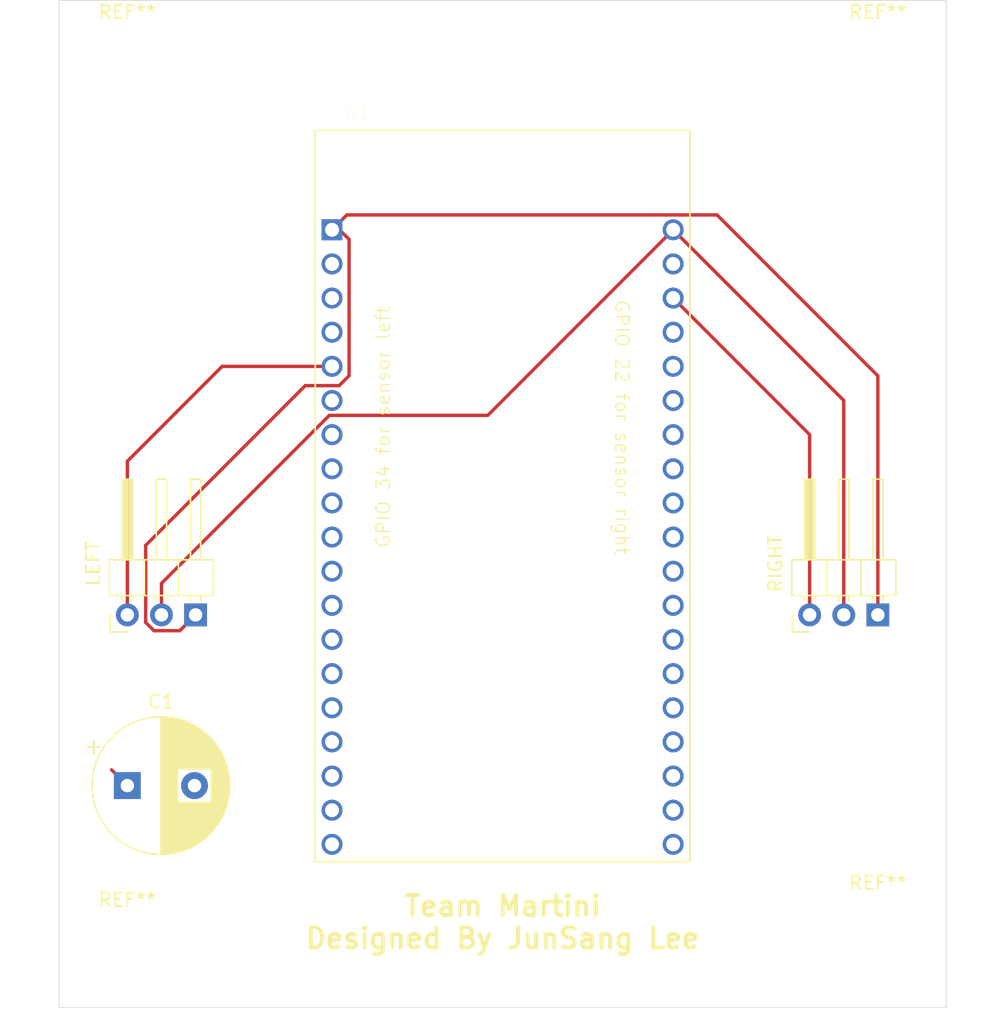
<source format=kicad_pcb>
(kicad_pcb (version 20171130) (host pcbnew "(5.1.9)-1")

  (general
    (thickness 1.6)
    (drawings 7)
    (tracks 26)
    (zones 0)
    (modules 8)
    (nets 39)
  )

  (page A4)
  (layers
    (0 F.Cu signal)
    (31 B.Cu signal)
    (32 B.Adhes user)
    (33 F.Adhes user)
    (34 B.Paste user)
    (35 F.Paste user)
    (36 B.SilkS user)
    (37 F.SilkS user)
    (38 B.Mask user)
    (39 F.Mask user)
    (40 Dwgs.User user)
    (41 Cmts.User user)
    (42 Eco1.User user)
    (43 Eco2.User user)
    (44 Edge.Cuts user)
    (45 Margin user)
    (46 B.CrtYd user)
    (47 F.CrtYd user)
    (48 B.Fab user)
    (49 F.Fab user)
  )

  (setup
    (last_trace_width 0.25)
    (trace_clearance 0.2)
    (zone_clearance 0.508)
    (zone_45_only no)
    (trace_min 0.2)
    (via_size 0.8)
    (via_drill 0.4)
    (via_min_size 0.4)
    (via_min_drill 0.3)
    (uvia_size 0.3)
    (uvia_drill 0.1)
    (uvias_allowed no)
    (uvia_min_size 0.2)
    (uvia_min_drill 0.1)
    (edge_width 0.05)
    (segment_width 0.2)
    (pcb_text_width 0.3)
    (pcb_text_size 1.5 1.5)
    (mod_edge_width 0.12)
    (mod_text_size 1 1)
    (mod_text_width 0.15)
    (pad_size 1.524 1.524)
    (pad_drill 0.762)
    (pad_to_mask_clearance 0)
    (aux_axis_origin 0 0)
    (grid_origin 176.53 102.87)
    (visible_elements 7FFFFFFF)
    (pcbplotparams
      (layerselection 0x010fc_ffffffff)
      (usegerberextensions false)
      (usegerberattributes true)
      (usegerberadvancedattributes true)
      (creategerberjobfile true)
      (excludeedgelayer false)
      (linewidth 0.100000)
      (plotframeref false)
      (viasonmask false)
      (mode 1)
      (useauxorigin false)
      (hpglpennumber 1)
      (hpglpenspeed 20)
      (hpglpendiameter 15.000000)
      (psnegative false)
      (psa4output false)
      (plotreference true)
      (plotvalue true)
      (plotinvisibletext false)
      (padsonsilk false)
      (subtractmaskfromsilk false)
      (outputformat 1)
      (mirror false)
      (drillshape 0)
      (scaleselection 1)
      (outputdirectory "gerber/"))
  )

  (net 0 "")
  (net 1 "Net-(C1-Pad1)")
  (net 2 "Net-(C1-Pad2)")
  (net 3 "Net-(IR1-Pad1)")
  (net 4 "Net-(IR1-Pad2)")
  (net 5 "Net-(IR1-Pad3)")
  (net 6 "Net-(U1-Pad19)")
  (net 7 "Net-(U1-Pad4)")
  (net 8 "Net-(U1-Pad6)")
  (net 9 "Net-(U1-Pad7)")
  (net 10 "Net-(U1-Pad8)")
  (net 11 "Net-(U1-Pad9)")
  (net 12 "Net-(U1-Pad10)")
  (net 13 "Net-(U1-Pad11)")
  (net 14 "Net-(U1-Pad12)")
  (net 15 "Net-(U1-Pad13)")
  (net 16 "Net-(U1-Pad16)")
  (net 17 "Net-(U1-Pad17)")
  (net 18 "Net-(U1-Pad18)")
  (net 19 "Net-(U1-Pad21)")
  (net 20 "Net-(U1-Pad23)")
  (net 21 "Net-(U1-Pad24)")
  (net 22 "Net-(U1-Pad25)")
  (net 23 "Net-(U1-Pad26)")
  (net 24 "Net-(U1-Pad27)")
  (net 25 "Net-(U1-Pad28)")
  (net 26 "Net-(U1-Pad29)")
  (net 27 "Net-(U1-Pad30)")
  (net 28 "Net-(U1-Pad31)")
  (net 29 "Net-(U1-Pad32)")
  (net 30 "Net-(U1-Pad33)")
  (net 31 "Net-(U1-Pad34)")
  (net 32 "Net-(U1-Pad35)")
  (net 33 "Net-(U1-Pad36)")
  (net 34 "Net-(U1-Pad37)")
  (net 35 "Net-(U1-Pad38)")
  (net 36 "Net-(U1-Pad3)")
  (net 37 "Net-(U1-Pad15)")
  (net 38 "Net-(IR2-Pad3)")

  (net_class Default "This is the default net class."
    (clearance 0.2)
    (trace_width 0.25)
    (via_dia 0.8)
    (via_drill 0.4)
    (uvia_dia 0.3)
    (uvia_drill 0.1)
    (add_net "Net-(C1-Pad1)")
    (add_net "Net-(C1-Pad2)")
    (add_net "Net-(IR1-Pad1)")
    (add_net "Net-(IR1-Pad2)")
    (add_net "Net-(IR1-Pad3)")
    (add_net "Net-(IR2-Pad3)")
    (add_net "Net-(U1-Pad10)")
    (add_net "Net-(U1-Pad11)")
    (add_net "Net-(U1-Pad12)")
    (add_net "Net-(U1-Pad13)")
    (add_net "Net-(U1-Pad15)")
    (add_net "Net-(U1-Pad16)")
    (add_net "Net-(U1-Pad17)")
    (add_net "Net-(U1-Pad18)")
    (add_net "Net-(U1-Pad19)")
    (add_net "Net-(U1-Pad21)")
    (add_net "Net-(U1-Pad23)")
    (add_net "Net-(U1-Pad24)")
    (add_net "Net-(U1-Pad25)")
    (add_net "Net-(U1-Pad26)")
    (add_net "Net-(U1-Pad27)")
    (add_net "Net-(U1-Pad28)")
    (add_net "Net-(U1-Pad29)")
    (add_net "Net-(U1-Pad3)")
    (add_net "Net-(U1-Pad30)")
    (add_net "Net-(U1-Pad31)")
    (add_net "Net-(U1-Pad32)")
    (add_net "Net-(U1-Pad33)")
    (add_net "Net-(U1-Pad34)")
    (add_net "Net-(U1-Pad35)")
    (add_net "Net-(U1-Pad36)")
    (add_net "Net-(U1-Pad37)")
    (add_net "Net-(U1-Pad38)")
    (add_net "Net-(U1-Pad4)")
    (add_net "Net-(U1-Pad6)")
    (add_net "Net-(U1-Pad7)")
    (add_net "Net-(U1-Pad8)")
    (add_net "Net-(U1-Pad9)")
  )

  (module ESP32-DEVKITC-32D:MODULE_ESP32-DEVKITC-32D (layer F.Cu) (tedit 60AE30FF) (tstamp 60AEED7A)
    (at 157.48 95.25)
    (path /609438B2)
    (fp_text reference U1 (at -10.829175 -28.446045) (layer F.SilkS)
      (effects (font (size 1.000386 1.000386) (thickness 0.015)))
    )
    (fp_text value ESP32-DEVKITC-32D (at 1.24136 28.294535) (layer F.Fab)
      (effects (font (size 1.001047 1.001047) (thickness 0.015)))
    )
    (fp_circle (center -14.6 -19.9) (end -14.46 -19.9) (layer F.Fab) (width 0.28))
    (fp_circle (center -14.6 -19.9) (end -14.46 -19.9) (layer F.Fab) (width 0.28))
    (fp_line (start -14.2 27.5) (end -14.2 -27.4) (layer F.CrtYd) (width 0.05))
    (fp_line (start 14.2 27.5) (end -14.2 27.5) (layer F.CrtYd) (width 0.05))
    (fp_line (start 14.2 -27.4) (end 14.2 27.5) (layer F.CrtYd) (width 0.05))
    (fp_line (start -14.2 -27.4) (end 14.2 -27.4) (layer F.CrtYd) (width 0.05))
    (fp_line (start 13.95 27.25) (end -13.95 27.25) (layer F.SilkS) (width 0.127))
    (fp_line (start 13.95 -27.15) (end 13.95 27.25) (layer F.SilkS) (width 0.127))
    (fp_line (start -13.95 -27.15) (end 13.95 -27.15) (layer F.SilkS) (width 0.127))
    (fp_line (start -13.95 27.25) (end -13.95 -27.15) (layer F.SilkS) (width 0.127))
    (fp_line (start -13.95 27.25) (end -13.95 -27.15) (layer F.Fab) (width 0.127))
    (fp_line (start 13.95 27.25) (end -13.95 27.25) (layer F.Fab) (width 0.127))
    (fp_line (start 13.95 -27.15) (end 13.95 27.25) (layer F.Fab) (width 0.127))
    (fp_line (start -13.95 -27.15) (end 13.95 -27.15) (layer F.Fab) (width 0.127))
    (pad 1 thru_hole rect (at -12.7 -19.76) (size 1.56 1.56) (drill 1.04) (layers *.Cu *.Mask)
      (net 3 "Net-(IR1-Pad1)"))
    (pad 2 thru_hole circle (at -12.7 -17.22) (size 1.56 1.56) (drill 1.04) (layers *.Cu *.Mask)
      (net 1 "Net-(C1-Pad1)"))
    (pad 19 thru_hole circle (at -12.7 25.96) (size 1.56 1.56) (drill 1.04) (layers *.Cu *.Mask)
      (net 6 "Net-(U1-Pad19)"))
    (pad 3 thru_hole circle (at -12.7 -14.68) (size 1.56 1.56) (drill 1.04) (layers *.Cu *.Mask)
      (net 36 "Net-(U1-Pad3)"))
    (pad 4 thru_hole circle (at -12.7 -12.14) (size 1.56 1.56) (drill 1.04) (layers *.Cu *.Mask)
      (net 7 "Net-(U1-Pad4)"))
    (pad 5 thru_hole circle (at -12.7 -9.6) (size 1.56 1.56) (drill 1.04) (layers *.Cu *.Mask)
      (net 5 "Net-(IR1-Pad3)"))
    (pad 6 thru_hole circle (at -12.7 -7.06) (size 1.56 1.56) (drill 1.04) (layers *.Cu *.Mask)
      (net 8 "Net-(U1-Pad6)"))
    (pad 7 thru_hole circle (at -12.7 -4.52) (size 1.56 1.56) (drill 1.04) (layers *.Cu *.Mask)
      (net 9 "Net-(U1-Pad7)"))
    (pad 8 thru_hole circle (at -12.7 -1.98) (size 1.56 1.56) (drill 1.04) (layers *.Cu *.Mask)
      (net 10 "Net-(U1-Pad8)"))
    (pad 9 thru_hole circle (at -12.7 0.56) (size 1.56 1.56) (drill 1.04) (layers *.Cu *.Mask)
      (net 11 "Net-(U1-Pad9)"))
    (pad 10 thru_hole circle (at -12.7 3.1) (size 1.56 1.56) (drill 1.04) (layers *.Cu *.Mask)
      (net 12 "Net-(U1-Pad10)"))
    (pad 11 thru_hole circle (at -12.7 5.64) (size 1.56 1.56) (drill 1.04) (layers *.Cu *.Mask)
      (net 13 "Net-(U1-Pad11)"))
    (pad 12 thru_hole circle (at -12.7 8.18) (size 1.56 1.56) (drill 1.04) (layers *.Cu *.Mask)
      (net 14 "Net-(U1-Pad12)"))
    (pad 13 thru_hole circle (at -12.7 10.72) (size 1.56 1.56) (drill 1.04) (layers *.Cu *.Mask)
      (net 15 "Net-(U1-Pad13)"))
    (pad 14 thru_hole circle (at -12.7 13.26) (size 1.56 1.56) (drill 1.04) (layers *.Cu *.Mask)
      (net 2 "Net-(C1-Pad2)"))
    (pad 15 thru_hole circle (at -12.7 15.8) (size 1.56 1.56) (drill 1.04) (layers *.Cu *.Mask)
      (net 37 "Net-(U1-Pad15)"))
    (pad 16 thru_hole circle (at -12.7 18.34) (size 1.56 1.56) (drill 1.04) (layers *.Cu *.Mask)
      (net 16 "Net-(U1-Pad16)"))
    (pad 17 thru_hole circle (at -12.7 20.88) (size 1.56 1.56) (drill 1.04) (layers *.Cu *.Mask)
      (net 17 "Net-(U1-Pad17)"))
    (pad 18 thru_hole circle (at -12.7 23.42) (size 1.56 1.56) (drill 1.04) (layers *.Cu *.Mask)
      (net 18 "Net-(U1-Pad18)"))
    (pad 20 thru_hole circle (at 12.7 -19.76) (size 1.56 1.56) (drill 1.04) (layers *.Cu *.Mask)
      (net 4 "Net-(IR1-Pad2)"))
    (pad 21 thru_hole circle (at 12.7 -17.22) (size 1.56 1.56) (drill 1.04) (layers *.Cu *.Mask)
      (net 19 "Net-(U1-Pad21)"))
    (pad 22 thru_hole circle (at 12.7 -14.68) (size 1.56 1.56) (drill 1.04) (layers *.Cu *.Mask)
      (net 38 "Net-(IR2-Pad3)"))
    (pad 23 thru_hole circle (at 12.7 -12.14) (size 1.56 1.56) (drill 1.04) (layers *.Cu *.Mask)
      (net 20 "Net-(U1-Pad23)"))
    (pad 24 thru_hole circle (at 12.7 -9.6) (size 1.56 1.56) (drill 1.04) (layers *.Cu *.Mask)
      (net 21 "Net-(U1-Pad24)"))
    (pad 25 thru_hole circle (at 12.7 -7.06) (size 1.56 1.56) (drill 1.04) (layers *.Cu *.Mask)
      (net 22 "Net-(U1-Pad25)"))
    (pad 26 thru_hole circle (at 12.7 -4.52) (size 1.56 1.56) (drill 1.04) (layers *.Cu *.Mask)
      (net 23 "Net-(U1-Pad26)"))
    (pad 27 thru_hole circle (at 12.7 -1.98) (size 1.56 1.56) (drill 1.04) (layers *.Cu *.Mask)
      (net 24 "Net-(U1-Pad27)"))
    (pad 28 thru_hole circle (at 12.7 0.56) (size 1.56 1.56) (drill 1.04) (layers *.Cu *.Mask)
      (net 25 "Net-(U1-Pad28)"))
    (pad 29 thru_hole circle (at 12.7 3.1) (size 1.56 1.56) (drill 1.04) (layers *.Cu *.Mask)
      (net 26 "Net-(U1-Pad29)"))
    (pad 30 thru_hole circle (at 12.7 5.64) (size 1.56 1.56) (drill 1.04) (layers *.Cu *.Mask)
      (net 27 "Net-(U1-Pad30)"))
    (pad 31 thru_hole circle (at 12.7 8.18) (size 1.56 1.56) (drill 1.04) (layers *.Cu *.Mask)
      (net 28 "Net-(U1-Pad31)"))
    (pad 32 thru_hole circle (at 12.7 10.72) (size 1.56 1.56) (drill 1.04) (layers *.Cu *.Mask)
      (net 29 "Net-(U1-Pad32)"))
    (pad 33 thru_hole circle (at 12.7 13.26) (size 1.56 1.56) (drill 1.04) (layers *.Cu *.Mask)
      (net 30 "Net-(U1-Pad33)"))
    (pad 34 thru_hole circle (at 12.7 15.8) (size 1.56 1.56) (drill 1.04) (layers *.Cu *.Mask)
      (net 31 "Net-(U1-Pad34)"))
    (pad 35 thru_hole circle (at 12.7 18.34) (size 1.56 1.56) (drill 1.04) (layers *.Cu *.Mask)
      (net 32 "Net-(U1-Pad35)"))
    (pad 36 thru_hole circle (at 12.7 20.88) (size 1.56 1.56) (drill 1.04) (layers *.Cu *.Mask)
      (net 33 "Net-(U1-Pad36)"))
    (pad 37 thru_hole circle (at 12.7 23.42) (size 1.56 1.56) (drill 1.04) (layers *.Cu *.Mask)
      (net 34 "Net-(U1-Pad37)"))
    (pad 38 thru_hole circle (at 12.7 25.96) (size 1.56 1.56) (drill 1.04) (layers *.Cu *.Mask)
      (net 35 "Net-(U1-Pad38)"))
  )

  (module MountingHole:MountingHole_3.2mm_M3 (layer F.Cu) (tedit 56D1B4CB) (tstamp 60AEDD5E)
    (at 129.54 129.54)
    (descr "Mounting Hole 3.2mm, no annular, M3")
    (tags "mounting hole 3.2mm no annular m3")
    (attr virtual)
    (fp_text reference REF** (at 0 -4.2) (layer F.SilkS)
      (effects (font (size 1 1) (thickness 0.15)))
    )
    (fp_text value MountingHole_3.2mm_M3 (at 0 4.2) (layer F.Fab)
      (effects (font (size 1 1) (thickness 0.15)))
    )
    (fp_circle (center 0 0) (end 3.45 0) (layer F.CrtYd) (width 0.05))
    (fp_circle (center 0 0) (end 3.2 0) (layer Cmts.User) (width 0.15))
    (fp_text user %R (at 0.3 0) (layer F.Fab)
      (effects (font (size 1 1) (thickness 0.15)))
    )
    (pad 1 np_thru_hole circle (at 0 0) (size 3.2 3.2) (drill 3.2) (layers *.Cu *.Mask))
  )

  (module MountingHole:MountingHole_3.2mm_M3 (layer F.Cu) (tedit 56D1B4CB) (tstamp 60AEDD3A)
    (at 185.42 128.27)
    (descr "Mounting Hole 3.2mm, no annular, M3")
    (tags "mounting hole 3.2mm no annular m3")
    (attr virtual)
    (fp_text reference REF** (at 0 -4.2) (layer F.SilkS)
      (effects (font (size 1 1) (thickness 0.15)))
    )
    (fp_text value MountingHole_3.2mm_M3 (at 0 4.2) (layer F.Fab)
      (effects (font (size 1 1) (thickness 0.15)))
    )
    (fp_circle (center 0 0) (end 3.45 0) (layer F.CrtYd) (width 0.05))
    (fp_circle (center 0 0) (end 3.2 0) (layer Cmts.User) (width 0.15))
    (fp_text user %R (at 0.3 0) (layer F.Fab)
      (effects (font (size 1 1) (thickness 0.15)))
    )
    (pad 1 np_thru_hole circle (at 0 0) (size 3.2 3.2) (drill 3.2) (layers *.Cu *.Mask))
  )

  (module MountingHole:MountingHole_3.2mm_M3 (layer F.Cu) (tedit 56D1B4CB) (tstamp 60AEDD15)
    (at 129.54 63.5)
    (descr "Mounting Hole 3.2mm, no annular, M3")
    (tags "mounting hole 3.2mm no annular m3")
    (attr virtual)
    (fp_text reference REF** (at 0 -4.2) (layer F.SilkS)
      (effects (font (size 1 1) (thickness 0.15)))
    )
    (fp_text value MountingHole_3.2mm_M3 (at 0 4.2) (layer F.Fab)
      (effects (font (size 1 1) (thickness 0.15)))
    )
    (fp_circle (center 0 0) (end 3.45 0) (layer F.CrtYd) (width 0.05))
    (fp_circle (center 0 0) (end 3.2 0) (layer Cmts.User) (width 0.15))
    (fp_text user %R (at 0.3 0) (layer F.Fab)
      (effects (font (size 1 1) (thickness 0.15)))
    )
    (pad 1 np_thru_hole circle (at 0 0) (size 3.2 3.2) (drill 3.2) (layers *.Cu *.Mask))
  )

  (module MountingHole:MountingHole_3.2mm_M3 (layer F.Cu) (tedit 56D1B4CB) (tstamp 60AEDCF1)
    (at 185.42 63.5)
    (descr "Mounting Hole 3.2mm, no annular, M3")
    (tags "mounting hole 3.2mm no annular m3")
    (attr virtual)
    (fp_text reference REF** (at 0 -4.2) (layer F.SilkS)
      (effects (font (size 1 1) (thickness 0.15)))
    )
    (fp_text value MountingHole_3.2mm_M3 (at 0 4.2) (layer F.Fab)
      (effects (font (size 1 1) (thickness 0.15)))
    )
    (fp_circle (center 0 0) (end 3.45 0) (layer F.CrtYd) (width 0.05))
    (fp_circle (center 0 0) (end 3.2 0) (layer Cmts.User) (width 0.15))
    (fp_text user %R (at 0.3 0) (layer F.Fab)
      (effects (font (size 1 1) (thickness 0.15)))
    )
    (pad 1 np_thru_hole circle (at 0 0) (size 3.2 3.2) (drill 3.2) (layers *.Cu *.Mask))
  )

  (module Capacitor_THT:CP_Radial_D10.0mm_P5.00mm (layer F.Cu) (tedit 5AE50EF1) (tstamp 60AECE28)
    (at 129.54 116.84)
    (descr "CP, Radial series, Radial, pin pitch=5.00mm, , diameter=10mm, Electrolytic Capacitor")
    (tags "CP Radial series Radial pin pitch 5.00mm  diameter 10mm Electrolytic Capacitor")
    (path /6093B723)
    (fp_text reference C1 (at 2.5 -6.25) (layer F.SilkS)
      (effects (font (size 1 1) (thickness 0.15)))
    )
    (fp_text value CAP (at 2.5 6.25) (layer F.Fab)
      (effects (font (size 1 1) (thickness 0.15)))
    )
    (fp_circle (center 2.5 0) (end 7.5 0) (layer F.Fab) (width 0.1))
    (fp_circle (center 2.5 0) (end 7.62 0) (layer F.SilkS) (width 0.12))
    (fp_circle (center 2.5 0) (end 7.75 0) (layer F.CrtYd) (width 0.05))
    (fp_line (start -1.788861 -2.1875) (end -0.788861 -2.1875) (layer F.Fab) (width 0.1))
    (fp_line (start -1.288861 -2.6875) (end -1.288861 -1.6875) (layer F.Fab) (width 0.1))
    (fp_line (start 2.5 -5.08) (end 2.5 5.08) (layer F.SilkS) (width 0.12))
    (fp_line (start 2.54 -5.08) (end 2.54 5.08) (layer F.SilkS) (width 0.12))
    (fp_line (start 2.58 -5.08) (end 2.58 5.08) (layer F.SilkS) (width 0.12))
    (fp_line (start 2.62 -5.079) (end 2.62 5.079) (layer F.SilkS) (width 0.12))
    (fp_line (start 2.66 -5.078) (end 2.66 5.078) (layer F.SilkS) (width 0.12))
    (fp_line (start 2.7 -5.077) (end 2.7 5.077) (layer F.SilkS) (width 0.12))
    (fp_line (start 2.74 -5.075) (end 2.74 5.075) (layer F.SilkS) (width 0.12))
    (fp_line (start 2.78 -5.073) (end 2.78 5.073) (layer F.SilkS) (width 0.12))
    (fp_line (start 2.82 -5.07) (end 2.82 5.07) (layer F.SilkS) (width 0.12))
    (fp_line (start 2.86 -5.068) (end 2.86 5.068) (layer F.SilkS) (width 0.12))
    (fp_line (start 2.9 -5.065) (end 2.9 5.065) (layer F.SilkS) (width 0.12))
    (fp_line (start 2.94 -5.062) (end 2.94 5.062) (layer F.SilkS) (width 0.12))
    (fp_line (start 2.98 -5.058) (end 2.98 5.058) (layer F.SilkS) (width 0.12))
    (fp_line (start 3.02 -5.054) (end 3.02 5.054) (layer F.SilkS) (width 0.12))
    (fp_line (start 3.06 -5.05) (end 3.06 5.05) (layer F.SilkS) (width 0.12))
    (fp_line (start 3.1 -5.045) (end 3.1 5.045) (layer F.SilkS) (width 0.12))
    (fp_line (start 3.14 -5.04) (end 3.14 5.04) (layer F.SilkS) (width 0.12))
    (fp_line (start 3.18 -5.035) (end 3.18 5.035) (layer F.SilkS) (width 0.12))
    (fp_line (start 3.221 -5.03) (end 3.221 5.03) (layer F.SilkS) (width 0.12))
    (fp_line (start 3.261 -5.024) (end 3.261 5.024) (layer F.SilkS) (width 0.12))
    (fp_line (start 3.301 -5.018) (end 3.301 5.018) (layer F.SilkS) (width 0.12))
    (fp_line (start 3.341 -5.011) (end 3.341 5.011) (layer F.SilkS) (width 0.12))
    (fp_line (start 3.381 -5.004) (end 3.381 5.004) (layer F.SilkS) (width 0.12))
    (fp_line (start 3.421 -4.997) (end 3.421 4.997) (layer F.SilkS) (width 0.12))
    (fp_line (start 3.461 -4.99) (end 3.461 4.99) (layer F.SilkS) (width 0.12))
    (fp_line (start 3.501 -4.982) (end 3.501 4.982) (layer F.SilkS) (width 0.12))
    (fp_line (start 3.541 -4.974) (end 3.541 4.974) (layer F.SilkS) (width 0.12))
    (fp_line (start 3.581 -4.965) (end 3.581 4.965) (layer F.SilkS) (width 0.12))
    (fp_line (start 3.621 -4.956) (end 3.621 4.956) (layer F.SilkS) (width 0.12))
    (fp_line (start 3.661 -4.947) (end 3.661 4.947) (layer F.SilkS) (width 0.12))
    (fp_line (start 3.701 -4.938) (end 3.701 4.938) (layer F.SilkS) (width 0.12))
    (fp_line (start 3.741 -4.928) (end 3.741 4.928) (layer F.SilkS) (width 0.12))
    (fp_line (start 3.781 -4.918) (end 3.781 -1.241) (layer F.SilkS) (width 0.12))
    (fp_line (start 3.781 1.241) (end 3.781 4.918) (layer F.SilkS) (width 0.12))
    (fp_line (start 3.821 -4.907) (end 3.821 -1.241) (layer F.SilkS) (width 0.12))
    (fp_line (start 3.821 1.241) (end 3.821 4.907) (layer F.SilkS) (width 0.12))
    (fp_line (start 3.861 -4.897) (end 3.861 -1.241) (layer F.SilkS) (width 0.12))
    (fp_line (start 3.861 1.241) (end 3.861 4.897) (layer F.SilkS) (width 0.12))
    (fp_line (start 3.901 -4.885) (end 3.901 -1.241) (layer F.SilkS) (width 0.12))
    (fp_line (start 3.901 1.241) (end 3.901 4.885) (layer F.SilkS) (width 0.12))
    (fp_line (start 3.941 -4.874) (end 3.941 -1.241) (layer F.SilkS) (width 0.12))
    (fp_line (start 3.941 1.241) (end 3.941 4.874) (layer F.SilkS) (width 0.12))
    (fp_line (start 3.981 -4.862) (end 3.981 -1.241) (layer F.SilkS) (width 0.12))
    (fp_line (start 3.981 1.241) (end 3.981 4.862) (layer F.SilkS) (width 0.12))
    (fp_line (start 4.021 -4.85) (end 4.021 -1.241) (layer F.SilkS) (width 0.12))
    (fp_line (start 4.021 1.241) (end 4.021 4.85) (layer F.SilkS) (width 0.12))
    (fp_line (start 4.061 -4.837) (end 4.061 -1.241) (layer F.SilkS) (width 0.12))
    (fp_line (start 4.061 1.241) (end 4.061 4.837) (layer F.SilkS) (width 0.12))
    (fp_line (start 4.101 -4.824) (end 4.101 -1.241) (layer F.SilkS) (width 0.12))
    (fp_line (start 4.101 1.241) (end 4.101 4.824) (layer F.SilkS) (width 0.12))
    (fp_line (start 4.141 -4.811) (end 4.141 -1.241) (layer F.SilkS) (width 0.12))
    (fp_line (start 4.141 1.241) (end 4.141 4.811) (layer F.SilkS) (width 0.12))
    (fp_line (start 4.181 -4.797) (end 4.181 -1.241) (layer F.SilkS) (width 0.12))
    (fp_line (start 4.181 1.241) (end 4.181 4.797) (layer F.SilkS) (width 0.12))
    (fp_line (start 4.221 -4.783) (end 4.221 -1.241) (layer F.SilkS) (width 0.12))
    (fp_line (start 4.221 1.241) (end 4.221 4.783) (layer F.SilkS) (width 0.12))
    (fp_line (start 4.261 -4.768) (end 4.261 -1.241) (layer F.SilkS) (width 0.12))
    (fp_line (start 4.261 1.241) (end 4.261 4.768) (layer F.SilkS) (width 0.12))
    (fp_line (start 4.301 -4.754) (end 4.301 -1.241) (layer F.SilkS) (width 0.12))
    (fp_line (start 4.301 1.241) (end 4.301 4.754) (layer F.SilkS) (width 0.12))
    (fp_line (start 4.341 -4.738) (end 4.341 -1.241) (layer F.SilkS) (width 0.12))
    (fp_line (start 4.341 1.241) (end 4.341 4.738) (layer F.SilkS) (width 0.12))
    (fp_line (start 4.381 -4.723) (end 4.381 -1.241) (layer F.SilkS) (width 0.12))
    (fp_line (start 4.381 1.241) (end 4.381 4.723) (layer F.SilkS) (width 0.12))
    (fp_line (start 4.421 -4.707) (end 4.421 -1.241) (layer F.SilkS) (width 0.12))
    (fp_line (start 4.421 1.241) (end 4.421 4.707) (layer F.SilkS) (width 0.12))
    (fp_line (start 4.461 -4.69) (end 4.461 -1.241) (layer F.SilkS) (width 0.12))
    (fp_line (start 4.461 1.241) (end 4.461 4.69) (layer F.SilkS) (width 0.12))
    (fp_line (start 4.501 -4.674) (end 4.501 -1.241) (layer F.SilkS) (width 0.12))
    (fp_line (start 4.501 1.241) (end 4.501 4.674) (layer F.SilkS) (width 0.12))
    (fp_line (start 4.541 -4.657) (end 4.541 -1.241) (layer F.SilkS) (width 0.12))
    (fp_line (start 4.541 1.241) (end 4.541 4.657) (layer F.SilkS) (width 0.12))
    (fp_line (start 4.581 -4.639) (end 4.581 -1.241) (layer F.SilkS) (width 0.12))
    (fp_line (start 4.581 1.241) (end 4.581 4.639) (layer F.SilkS) (width 0.12))
    (fp_line (start 4.621 -4.621) (end 4.621 -1.241) (layer F.SilkS) (width 0.12))
    (fp_line (start 4.621 1.241) (end 4.621 4.621) (layer F.SilkS) (width 0.12))
    (fp_line (start 4.661 -4.603) (end 4.661 -1.241) (layer F.SilkS) (width 0.12))
    (fp_line (start 4.661 1.241) (end 4.661 4.603) (layer F.SilkS) (width 0.12))
    (fp_line (start 4.701 -4.584) (end 4.701 -1.241) (layer F.SilkS) (width 0.12))
    (fp_line (start 4.701 1.241) (end 4.701 4.584) (layer F.SilkS) (width 0.12))
    (fp_line (start 4.741 -4.564) (end 4.741 -1.241) (layer F.SilkS) (width 0.12))
    (fp_line (start 4.741 1.241) (end 4.741 4.564) (layer F.SilkS) (width 0.12))
    (fp_line (start 4.781 -4.545) (end 4.781 -1.241) (layer F.SilkS) (width 0.12))
    (fp_line (start 4.781 1.241) (end 4.781 4.545) (layer F.SilkS) (width 0.12))
    (fp_line (start 4.821 -4.525) (end 4.821 -1.241) (layer F.SilkS) (width 0.12))
    (fp_line (start 4.821 1.241) (end 4.821 4.525) (layer F.SilkS) (width 0.12))
    (fp_line (start 4.861 -4.504) (end 4.861 -1.241) (layer F.SilkS) (width 0.12))
    (fp_line (start 4.861 1.241) (end 4.861 4.504) (layer F.SilkS) (width 0.12))
    (fp_line (start 4.901 -4.483) (end 4.901 -1.241) (layer F.SilkS) (width 0.12))
    (fp_line (start 4.901 1.241) (end 4.901 4.483) (layer F.SilkS) (width 0.12))
    (fp_line (start 4.941 -4.462) (end 4.941 -1.241) (layer F.SilkS) (width 0.12))
    (fp_line (start 4.941 1.241) (end 4.941 4.462) (layer F.SilkS) (width 0.12))
    (fp_line (start 4.981 -4.44) (end 4.981 -1.241) (layer F.SilkS) (width 0.12))
    (fp_line (start 4.981 1.241) (end 4.981 4.44) (layer F.SilkS) (width 0.12))
    (fp_line (start 5.021 -4.417) (end 5.021 -1.241) (layer F.SilkS) (width 0.12))
    (fp_line (start 5.021 1.241) (end 5.021 4.417) (layer F.SilkS) (width 0.12))
    (fp_line (start 5.061 -4.395) (end 5.061 -1.241) (layer F.SilkS) (width 0.12))
    (fp_line (start 5.061 1.241) (end 5.061 4.395) (layer F.SilkS) (width 0.12))
    (fp_line (start 5.101 -4.371) (end 5.101 -1.241) (layer F.SilkS) (width 0.12))
    (fp_line (start 5.101 1.241) (end 5.101 4.371) (layer F.SilkS) (width 0.12))
    (fp_line (start 5.141 -4.347) (end 5.141 -1.241) (layer F.SilkS) (width 0.12))
    (fp_line (start 5.141 1.241) (end 5.141 4.347) (layer F.SilkS) (width 0.12))
    (fp_line (start 5.181 -4.323) (end 5.181 -1.241) (layer F.SilkS) (width 0.12))
    (fp_line (start 5.181 1.241) (end 5.181 4.323) (layer F.SilkS) (width 0.12))
    (fp_line (start 5.221 -4.298) (end 5.221 -1.241) (layer F.SilkS) (width 0.12))
    (fp_line (start 5.221 1.241) (end 5.221 4.298) (layer F.SilkS) (width 0.12))
    (fp_line (start 5.261 -4.273) (end 5.261 -1.241) (layer F.SilkS) (width 0.12))
    (fp_line (start 5.261 1.241) (end 5.261 4.273) (layer F.SilkS) (width 0.12))
    (fp_line (start 5.301 -4.247) (end 5.301 -1.241) (layer F.SilkS) (width 0.12))
    (fp_line (start 5.301 1.241) (end 5.301 4.247) (layer F.SilkS) (width 0.12))
    (fp_line (start 5.341 -4.221) (end 5.341 -1.241) (layer F.SilkS) (width 0.12))
    (fp_line (start 5.341 1.241) (end 5.341 4.221) (layer F.SilkS) (width 0.12))
    (fp_line (start 5.381 -4.194) (end 5.381 -1.241) (layer F.SilkS) (width 0.12))
    (fp_line (start 5.381 1.241) (end 5.381 4.194) (layer F.SilkS) (width 0.12))
    (fp_line (start 5.421 -4.166) (end 5.421 -1.241) (layer F.SilkS) (width 0.12))
    (fp_line (start 5.421 1.241) (end 5.421 4.166) (layer F.SilkS) (width 0.12))
    (fp_line (start 5.461 -4.138) (end 5.461 -1.241) (layer F.SilkS) (width 0.12))
    (fp_line (start 5.461 1.241) (end 5.461 4.138) (layer F.SilkS) (width 0.12))
    (fp_line (start 5.501 -4.11) (end 5.501 -1.241) (layer F.SilkS) (width 0.12))
    (fp_line (start 5.501 1.241) (end 5.501 4.11) (layer F.SilkS) (width 0.12))
    (fp_line (start 5.541 -4.08) (end 5.541 -1.241) (layer F.SilkS) (width 0.12))
    (fp_line (start 5.541 1.241) (end 5.541 4.08) (layer F.SilkS) (width 0.12))
    (fp_line (start 5.581 -4.05) (end 5.581 -1.241) (layer F.SilkS) (width 0.12))
    (fp_line (start 5.581 1.241) (end 5.581 4.05) (layer F.SilkS) (width 0.12))
    (fp_line (start 5.621 -4.02) (end 5.621 -1.241) (layer F.SilkS) (width 0.12))
    (fp_line (start 5.621 1.241) (end 5.621 4.02) (layer F.SilkS) (width 0.12))
    (fp_line (start 5.661 -3.989) (end 5.661 -1.241) (layer F.SilkS) (width 0.12))
    (fp_line (start 5.661 1.241) (end 5.661 3.989) (layer F.SilkS) (width 0.12))
    (fp_line (start 5.701 -3.957) (end 5.701 -1.241) (layer F.SilkS) (width 0.12))
    (fp_line (start 5.701 1.241) (end 5.701 3.957) (layer F.SilkS) (width 0.12))
    (fp_line (start 5.741 -3.925) (end 5.741 -1.241) (layer F.SilkS) (width 0.12))
    (fp_line (start 5.741 1.241) (end 5.741 3.925) (layer F.SilkS) (width 0.12))
    (fp_line (start 5.781 -3.892) (end 5.781 -1.241) (layer F.SilkS) (width 0.12))
    (fp_line (start 5.781 1.241) (end 5.781 3.892) (layer F.SilkS) (width 0.12))
    (fp_line (start 5.821 -3.858) (end 5.821 -1.241) (layer F.SilkS) (width 0.12))
    (fp_line (start 5.821 1.241) (end 5.821 3.858) (layer F.SilkS) (width 0.12))
    (fp_line (start 5.861 -3.824) (end 5.861 -1.241) (layer F.SilkS) (width 0.12))
    (fp_line (start 5.861 1.241) (end 5.861 3.824) (layer F.SilkS) (width 0.12))
    (fp_line (start 5.901 -3.789) (end 5.901 -1.241) (layer F.SilkS) (width 0.12))
    (fp_line (start 5.901 1.241) (end 5.901 3.789) (layer F.SilkS) (width 0.12))
    (fp_line (start 5.941 -3.753) (end 5.941 -1.241) (layer F.SilkS) (width 0.12))
    (fp_line (start 5.941 1.241) (end 5.941 3.753) (layer F.SilkS) (width 0.12))
    (fp_line (start 5.981 -3.716) (end 5.981 -1.241) (layer F.SilkS) (width 0.12))
    (fp_line (start 5.981 1.241) (end 5.981 3.716) (layer F.SilkS) (width 0.12))
    (fp_line (start 6.021 -3.679) (end 6.021 -1.241) (layer F.SilkS) (width 0.12))
    (fp_line (start 6.021 1.241) (end 6.021 3.679) (layer F.SilkS) (width 0.12))
    (fp_line (start 6.061 -3.64) (end 6.061 -1.241) (layer F.SilkS) (width 0.12))
    (fp_line (start 6.061 1.241) (end 6.061 3.64) (layer F.SilkS) (width 0.12))
    (fp_line (start 6.101 -3.601) (end 6.101 -1.241) (layer F.SilkS) (width 0.12))
    (fp_line (start 6.101 1.241) (end 6.101 3.601) (layer F.SilkS) (width 0.12))
    (fp_line (start 6.141 -3.561) (end 6.141 -1.241) (layer F.SilkS) (width 0.12))
    (fp_line (start 6.141 1.241) (end 6.141 3.561) (layer F.SilkS) (width 0.12))
    (fp_line (start 6.181 -3.52) (end 6.181 -1.241) (layer F.SilkS) (width 0.12))
    (fp_line (start 6.181 1.241) (end 6.181 3.52) (layer F.SilkS) (width 0.12))
    (fp_line (start 6.221 -3.478) (end 6.221 -1.241) (layer F.SilkS) (width 0.12))
    (fp_line (start 6.221 1.241) (end 6.221 3.478) (layer F.SilkS) (width 0.12))
    (fp_line (start 6.261 -3.436) (end 6.261 3.436) (layer F.SilkS) (width 0.12))
    (fp_line (start 6.301 -3.392) (end 6.301 3.392) (layer F.SilkS) (width 0.12))
    (fp_line (start 6.341 -3.347) (end 6.341 3.347) (layer F.SilkS) (width 0.12))
    (fp_line (start 6.381 -3.301) (end 6.381 3.301) (layer F.SilkS) (width 0.12))
    (fp_line (start 6.421 -3.254) (end 6.421 3.254) (layer F.SilkS) (width 0.12))
    (fp_line (start 6.461 -3.206) (end 6.461 3.206) (layer F.SilkS) (width 0.12))
    (fp_line (start 6.501 -3.156) (end 6.501 3.156) (layer F.SilkS) (width 0.12))
    (fp_line (start 6.541 -3.106) (end 6.541 3.106) (layer F.SilkS) (width 0.12))
    (fp_line (start 6.581 -3.054) (end 6.581 3.054) (layer F.SilkS) (width 0.12))
    (fp_line (start 6.621 -3) (end 6.621 3) (layer F.SilkS) (width 0.12))
    (fp_line (start 6.661 -2.945) (end 6.661 2.945) (layer F.SilkS) (width 0.12))
    (fp_line (start 6.701 -2.889) (end 6.701 2.889) (layer F.SilkS) (width 0.12))
    (fp_line (start 6.741 -2.83) (end 6.741 2.83) (layer F.SilkS) (width 0.12))
    (fp_line (start 6.781 -2.77) (end 6.781 2.77) (layer F.SilkS) (width 0.12))
    (fp_line (start 6.821 -2.709) (end 6.821 2.709) (layer F.SilkS) (width 0.12))
    (fp_line (start 6.861 -2.645) (end 6.861 2.645) (layer F.SilkS) (width 0.12))
    (fp_line (start 6.901 -2.579) (end 6.901 2.579) (layer F.SilkS) (width 0.12))
    (fp_line (start 6.941 -2.51) (end 6.941 2.51) (layer F.SilkS) (width 0.12))
    (fp_line (start 6.981 -2.439) (end 6.981 2.439) (layer F.SilkS) (width 0.12))
    (fp_line (start 7.021 -2.365) (end 7.021 2.365) (layer F.SilkS) (width 0.12))
    (fp_line (start 7.061 -2.289) (end 7.061 2.289) (layer F.SilkS) (width 0.12))
    (fp_line (start 7.101 -2.209) (end 7.101 2.209) (layer F.SilkS) (width 0.12))
    (fp_line (start 7.141 -2.125) (end 7.141 2.125) (layer F.SilkS) (width 0.12))
    (fp_line (start 7.181 -2.037) (end 7.181 2.037) (layer F.SilkS) (width 0.12))
    (fp_line (start 7.221 -1.944) (end 7.221 1.944) (layer F.SilkS) (width 0.12))
    (fp_line (start 7.261 -1.846) (end 7.261 1.846) (layer F.SilkS) (width 0.12))
    (fp_line (start 7.301 -1.742) (end 7.301 1.742) (layer F.SilkS) (width 0.12))
    (fp_line (start 7.341 -1.63) (end 7.341 1.63) (layer F.SilkS) (width 0.12))
    (fp_line (start 7.381 -1.51) (end 7.381 1.51) (layer F.SilkS) (width 0.12))
    (fp_line (start 7.421 -1.378) (end 7.421 1.378) (layer F.SilkS) (width 0.12))
    (fp_line (start 7.461 -1.23) (end 7.461 1.23) (layer F.SilkS) (width 0.12))
    (fp_line (start 7.501 -1.062) (end 7.501 1.062) (layer F.SilkS) (width 0.12))
    (fp_line (start 7.541 -0.862) (end 7.541 0.862) (layer F.SilkS) (width 0.12))
    (fp_line (start 7.581 -0.599) (end 7.581 0.599) (layer F.SilkS) (width 0.12))
    (fp_line (start -2.979646 -2.875) (end -1.979646 -2.875) (layer F.SilkS) (width 0.12))
    (fp_line (start -2.479646 -3.375) (end -2.479646 -2.375) (layer F.SilkS) (width 0.12))
    (fp_text user %R (at 2.5 0) (layer F.Fab)
      (effects (font (size 1 1) (thickness 0.15)))
    )
    (pad 1 thru_hole rect (at 0 0) (size 2 2) (drill 1) (layers *.Cu *.Mask)
      (net 1 "Net-(C1-Pad1)"))
    (pad 2 thru_hole circle (at 5 0) (size 2 2) (drill 1) (layers *.Cu *.Mask)
      (net 2 "Net-(C1-Pad2)"))
    (model ${KISYS3DMOD}/Capacitor_THT.3dshapes/CP_Radial_D10.0mm_P5.00mm.wrl
      (at (xyz 0 0 0))
      (scale (xyz 1 1 1))
      (rotate (xyz 0 0 0))
    )
  )

  (module SZH-SSBH-002:szh-ssbh-002 (layer F.Cu) (tedit 60AE2C72) (tstamp 60AECE67)
    (at 125.73 100.33 90)
    (path /60AE3DCA)
    (fp_text reference LEFT (at 0 1.27 90) (layer F.SilkS)
      (effects (font (size 1 1) (thickness 0.15)))
    )
    (fp_text value szh-ssbh-002 (at -7.62 6.35) (layer F.Fab)
      (effects (font (size 1 1) (thickness 0.15)))
    )
    (fp_line (start -1.675 2.54) (end 0.23 2.54) (layer F.Fab) (width 0.1))
    (fp_line (start 0.23 2.54) (end 0.23 10.16) (layer F.Fab) (width 0.1))
    (fp_line (start 0.23 10.16) (end -2.31 10.16) (layer F.Fab) (width 0.1))
    (fp_line (start -2.31 10.16) (end -2.31 3.175) (layer F.Fab) (width 0.1))
    (fp_line (start -2.31 3.175) (end -1.675 2.54) (layer F.Fab) (width 0.1))
    (fp_line (start -4.13 3.49) (end -2.31 3.49) (layer F.Fab) (width 0.1))
    (fp_line (start -4.13 3.49) (end -4.13 4.13) (layer F.Fab) (width 0.1))
    (fp_line (start -4.13 4.13) (end -2.31 4.13) (layer F.Fab) (width 0.1))
    (fp_line (start 0.23 3.49) (end 6.23 3.49) (layer F.Fab) (width 0.1))
    (fp_line (start 6.23 3.49) (end 6.23 4.13) (layer F.Fab) (width 0.1))
    (fp_line (start 0.23 4.13) (end 6.23 4.13) (layer F.Fab) (width 0.1))
    (fp_line (start -4.13 6.03) (end -2.31 6.03) (layer F.Fab) (width 0.1))
    (fp_line (start -4.13 6.03) (end -4.13 6.67) (layer F.Fab) (width 0.1))
    (fp_line (start -4.13 6.67) (end -2.31 6.67) (layer F.Fab) (width 0.1))
    (fp_line (start 0.23 6.03) (end 6.23 6.03) (layer F.Fab) (width 0.1))
    (fp_line (start 6.23 6.03) (end 6.23 6.67) (layer F.Fab) (width 0.1))
    (fp_line (start 0.23 6.67) (end 6.23 6.67) (layer F.Fab) (width 0.1))
    (fp_line (start -4.13 8.57) (end -2.31 8.57) (layer F.Fab) (width 0.1))
    (fp_line (start -4.13 8.57) (end -4.13 9.21) (layer F.Fab) (width 0.1))
    (fp_line (start -4.13 9.21) (end -2.31 9.21) (layer F.Fab) (width 0.1))
    (fp_line (start 0.23 8.57) (end 6.23 8.57) (layer F.Fab) (width 0.1))
    (fp_line (start 6.23 8.57) (end 6.23 9.21) (layer F.Fab) (width 0.1))
    (fp_line (start 0.23 9.21) (end 6.23 9.21) (layer F.Fab) (width 0.1))
    (fp_line (start -2.37 2.48) (end -2.37 10.22) (layer F.SilkS) (width 0.12))
    (fp_line (start -2.37 10.22) (end 0.29 10.22) (layer F.SilkS) (width 0.12))
    (fp_line (start 0.29 10.22) (end 0.29 2.48) (layer F.SilkS) (width 0.12))
    (fp_line (start 0.29 2.48) (end -2.37 2.48) (layer F.SilkS) (width 0.12))
    (fp_line (start 0.29 3.43) (end 6.29 3.43) (layer F.SilkS) (width 0.12))
    (fp_line (start 6.29 3.43) (end 6.29 4.19) (layer F.SilkS) (width 0.12))
    (fp_line (start 6.29 4.19) (end 0.29 4.19) (layer F.SilkS) (width 0.12))
    (fp_line (start 0.29 3.49) (end 6.29 3.49) (layer F.SilkS) (width 0.12))
    (fp_line (start 0.29 3.61) (end 6.29 3.61) (layer F.SilkS) (width 0.12))
    (fp_line (start 0.29 3.73) (end 6.29 3.73) (layer F.SilkS) (width 0.12))
    (fp_line (start 0.29 3.85) (end 6.29 3.85) (layer F.SilkS) (width 0.12))
    (fp_line (start 0.29 3.97) (end 6.29 3.97) (layer F.SilkS) (width 0.12))
    (fp_line (start 0.29 4.09) (end 6.29 4.09) (layer F.SilkS) (width 0.12))
    (fp_line (start -2.7 3.43) (end -2.37 3.43) (layer F.SilkS) (width 0.12))
    (fp_line (start -2.7 4.19) (end -2.37 4.19) (layer F.SilkS) (width 0.12))
    (fp_line (start -2.37 5.08) (end 0.29 5.08) (layer F.SilkS) (width 0.12))
    (fp_line (start 0.29 5.97) (end 6.29 5.97) (layer F.SilkS) (width 0.12))
    (fp_line (start 6.29 5.97) (end 6.29 6.73) (layer F.SilkS) (width 0.12))
    (fp_line (start 6.29 6.73) (end 0.29 6.73) (layer F.SilkS) (width 0.12))
    (fp_line (start -2.767071 5.97) (end -2.37 5.97) (layer F.SilkS) (width 0.12))
    (fp_line (start -2.767071 6.73) (end -2.37 6.73) (layer F.SilkS) (width 0.12))
    (fp_line (start -2.37 7.62) (end 0.29 7.62) (layer F.SilkS) (width 0.12))
    (fp_line (start 0.29 8.51) (end 6.29 8.51) (layer F.SilkS) (width 0.12))
    (fp_line (start 6.29 8.51) (end 6.29 9.27) (layer F.SilkS) (width 0.12))
    (fp_line (start 6.29 9.27) (end 0.29 9.27) (layer F.SilkS) (width 0.12))
    (fp_line (start -2.767071 8.51) (end -2.37 8.51) (layer F.SilkS) (width 0.12))
    (fp_line (start -2.767071 9.27) (end -2.37 9.27) (layer F.SilkS) (width 0.12))
    (fp_line (start -5.08 3.81) (end -5.08 2.54) (layer F.SilkS) (width 0.12))
    (fp_line (start -5.08 2.54) (end -3.81 2.54) (layer F.SilkS) (width 0.12))
    (fp_line (start -5.61 2.01) (end -5.61 10.66) (layer F.CrtYd) (width 0.05))
    (fp_line (start -5.61 10.66) (end 6.74 10.66) (layer F.CrtYd) (width 0.05))
    (fp_line (start 6.74 10.66) (end 6.74 2.01) (layer F.CrtYd) (width 0.05))
    (fp_line (start 6.74 2.01) (end -5.61 2.01) (layer F.CrtYd) (width 0.05))
    (pad 1 thru_hole rect (at -3.81 8.89 180) (size 1.7 1.7) (drill 1) (layers *.Cu *.Mask)
      (net 3 "Net-(IR1-Pad1)"))
    (pad 2 thru_hole oval (at -3.81 6.35 180) (size 1.7 1.7) (drill 1) (layers *.Cu *.Mask)
      (net 4 "Net-(IR1-Pad2)"))
    (pad 3 thru_hole oval (at -3.81 3.81 270) (size 1.7 1.7) (drill 1) (layers *.Cu *.Mask)
      (net 5 "Net-(IR1-Pad3)"))
  )

  (module SZH-SSBH-002:szh-ssbh-002 (layer F.Cu) (tedit 60AE2C72) (tstamp 60AECEA6)
    (at 176.53 100.33 90)
    (path /60AE473D)
    (fp_text reference RIGHT (at 0 1.27 90) (layer F.SilkS)
      (effects (font (size 1 1) (thickness 0.15)))
    )
    (fp_text value szh-ssbh-002 (at -7.62 6.35) (layer F.Fab)
      (effects (font (size 1 1) (thickness 0.15)))
    )
    (fp_line (start 6.74 2.01) (end -5.61 2.01) (layer F.CrtYd) (width 0.05))
    (fp_line (start 6.74 10.66) (end 6.74 2.01) (layer F.CrtYd) (width 0.05))
    (fp_line (start -5.61 10.66) (end 6.74 10.66) (layer F.CrtYd) (width 0.05))
    (fp_line (start -5.61 2.01) (end -5.61 10.66) (layer F.CrtYd) (width 0.05))
    (fp_line (start -5.08 2.54) (end -3.81 2.54) (layer F.SilkS) (width 0.12))
    (fp_line (start -5.08 3.81) (end -5.08 2.54) (layer F.SilkS) (width 0.12))
    (fp_line (start -2.767071 9.27) (end -2.37 9.27) (layer F.SilkS) (width 0.12))
    (fp_line (start -2.767071 8.51) (end -2.37 8.51) (layer F.SilkS) (width 0.12))
    (fp_line (start 6.29 9.27) (end 0.29 9.27) (layer F.SilkS) (width 0.12))
    (fp_line (start 6.29 8.51) (end 6.29 9.27) (layer F.SilkS) (width 0.12))
    (fp_line (start 0.29 8.51) (end 6.29 8.51) (layer F.SilkS) (width 0.12))
    (fp_line (start -2.37 7.62) (end 0.29 7.62) (layer F.SilkS) (width 0.12))
    (fp_line (start -2.767071 6.73) (end -2.37 6.73) (layer F.SilkS) (width 0.12))
    (fp_line (start -2.767071 5.97) (end -2.37 5.97) (layer F.SilkS) (width 0.12))
    (fp_line (start 6.29 6.73) (end 0.29 6.73) (layer F.SilkS) (width 0.12))
    (fp_line (start 6.29 5.97) (end 6.29 6.73) (layer F.SilkS) (width 0.12))
    (fp_line (start 0.29 5.97) (end 6.29 5.97) (layer F.SilkS) (width 0.12))
    (fp_line (start -2.37 5.08) (end 0.29 5.08) (layer F.SilkS) (width 0.12))
    (fp_line (start -2.7 4.19) (end -2.37 4.19) (layer F.SilkS) (width 0.12))
    (fp_line (start -2.7 3.43) (end -2.37 3.43) (layer F.SilkS) (width 0.12))
    (fp_line (start 0.29 4.09) (end 6.29 4.09) (layer F.SilkS) (width 0.12))
    (fp_line (start 0.29 3.97) (end 6.29 3.97) (layer F.SilkS) (width 0.12))
    (fp_line (start 0.29 3.85) (end 6.29 3.85) (layer F.SilkS) (width 0.12))
    (fp_line (start 0.29 3.73) (end 6.29 3.73) (layer F.SilkS) (width 0.12))
    (fp_line (start 0.29 3.61) (end 6.29 3.61) (layer F.SilkS) (width 0.12))
    (fp_line (start 0.29 3.49) (end 6.29 3.49) (layer F.SilkS) (width 0.12))
    (fp_line (start 6.29 4.19) (end 0.29 4.19) (layer F.SilkS) (width 0.12))
    (fp_line (start 6.29 3.43) (end 6.29 4.19) (layer F.SilkS) (width 0.12))
    (fp_line (start 0.29 3.43) (end 6.29 3.43) (layer F.SilkS) (width 0.12))
    (fp_line (start 0.29 2.48) (end -2.37 2.48) (layer F.SilkS) (width 0.12))
    (fp_line (start 0.29 10.22) (end 0.29 2.48) (layer F.SilkS) (width 0.12))
    (fp_line (start -2.37 10.22) (end 0.29 10.22) (layer F.SilkS) (width 0.12))
    (fp_line (start -2.37 2.48) (end -2.37 10.22) (layer F.SilkS) (width 0.12))
    (fp_line (start 0.23 9.21) (end 6.23 9.21) (layer F.Fab) (width 0.1))
    (fp_line (start 6.23 8.57) (end 6.23 9.21) (layer F.Fab) (width 0.1))
    (fp_line (start 0.23 8.57) (end 6.23 8.57) (layer F.Fab) (width 0.1))
    (fp_line (start -4.13 9.21) (end -2.31 9.21) (layer F.Fab) (width 0.1))
    (fp_line (start -4.13 8.57) (end -4.13 9.21) (layer F.Fab) (width 0.1))
    (fp_line (start -4.13 8.57) (end -2.31 8.57) (layer F.Fab) (width 0.1))
    (fp_line (start 0.23 6.67) (end 6.23 6.67) (layer F.Fab) (width 0.1))
    (fp_line (start 6.23 6.03) (end 6.23 6.67) (layer F.Fab) (width 0.1))
    (fp_line (start 0.23 6.03) (end 6.23 6.03) (layer F.Fab) (width 0.1))
    (fp_line (start -4.13 6.67) (end -2.31 6.67) (layer F.Fab) (width 0.1))
    (fp_line (start -4.13 6.03) (end -4.13 6.67) (layer F.Fab) (width 0.1))
    (fp_line (start -4.13 6.03) (end -2.31 6.03) (layer F.Fab) (width 0.1))
    (fp_line (start 0.23 4.13) (end 6.23 4.13) (layer F.Fab) (width 0.1))
    (fp_line (start 6.23 3.49) (end 6.23 4.13) (layer F.Fab) (width 0.1))
    (fp_line (start 0.23 3.49) (end 6.23 3.49) (layer F.Fab) (width 0.1))
    (fp_line (start -4.13 4.13) (end -2.31 4.13) (layer F.Fab) (width 0.1))
    (fp_line (start -4.13 3.49) (end -4.13 4.13) (layer F.Fab) (width 0.1))
    (fp_line (start -4.13 3.49) (end -2.31 3.49) (layer F.Fab) (width 0.1))
    (fp_line (start -2.31 3.175) (end -1.675 2.54) (layer F.Fab) (width 0.1))
    (fp_line (start -2.31 10.16) (end -2.31 3.175) (layer F.Fab) (width 0.1))
    (fp_line (start 0.23 10.16) (end -2.31 10.16) (layer F.Fab) (width 0.1))
    (fp_line (start 0.23 2.54) (end 0.23 10.16) (layer F.Fab) (width 0.1))
    (fp_line (start -1.675 2.54) (end 0.23 2.54) (layer F.Fab) (width 0.1))
    (pad 3 thru_hole oval (at -3.81 3.81 270) (size 1.7 1.7) (drill 1) (layers *.Cu *.Mask)
      (net 38 "Net-(IR2-Pad3)"))
    (pad 2 thru_hole oval (at -3.81 6.35 180) (size 1.7 1.7) (drill 1) (layers *.Cu *.Mask)
      (net 4 "Net-(IR1-Pad2)"))
    (pad 1 thru_hole rect (at -3.81 8.89 180) (size 1.7 1.7) (drill 1) (layers *.Cu *.Mask)
      (net 3 "Net-(IR1-Pad1)"))
  )

  (gr_text "Team Martini\nDesigned By JunSang Lee" (at 157.48 127) (layer F.SilkS)
    (effects (font (size 1.5 1.5) (thickness 0.3)))
  )
  (gr_text "GPIO 34 for sensor left" (at 148.59 90.17 90) (layer F.SilkS)
    (effects (font (size 1 1) (thickness 0.1)))
  )
  (gr_text "GPIO 22 for sensor right" (at 166.37 90.17 270) (layer F.SilkS)
    (effects (font (size 1 1) (thickness 0.1)))
  )
  (gr_line (start 190.5 58.42) (end 190.5 133.35) (layer Edge.Cuts) (width 0.05) (tstamp 60AEE02E))
  (gr_line (start 124.46 58.42) (end 190.5 58.42) (layer Edge.Cuts) (width 0.05))
  (gr_line (start 124.46 133.35) (end 124.46 58.42) (layer Edge.Cuts) (width 0.05))
  (gr_line (start 190.5 133.35) (end 124.46 133.35) (layer Edge.Cuts) (width 0.05))

  (segment (start 129.54 116.84) (end 128.364999 115.664999) (width 0.25) (layer F.Cu) (net 1))
  (segment (start 185.42 104.14) (end 185.42 86.36) (width 0.25) (layer F.Cu) (net 3))
  (segment (start 145.885001 74.384999) (end 144.78 75.49) (width 0.25) (layer F.Cu) (net 3))
  (segment (start 173.444999 74.384999) (end 145.885001 74.384999) (width 0.25) (layer F.Cu) (net 3))
  (segment (start 185.42 86.36) (end 173.444999 74.384999) (width 0.25) (layer F.Cu) (net 3))
  (segment (start 144.78 75.49) (end 145.34 75.49) (width 0.25) (layer F.Cu) (net 3))
  (segment (start 145.34 75.49) (end 146.05 76.2) (width 0.25) (layer F.Cu) (net 3))
  (segment (start 145.310401 87.084999) (end 142.785001 87.084999) (width 0.25) (layer F.Cu) (net 3))
  (segment (start 146.05 86.3454) (end 145.310401 87.084999) (width 0.25) (layer F.Cu) (net 3))
  (segment (start 146.05 76.2) (end 146.05 86.3454) (width 0.25) (layer F.Cu) (net 3))
  (segment (start 133.444999 105.315001) (end 134.62 104.14) (width 0.25) (layer F.Cu) (net 3))
  (segment (start 131.515999 105.315001) (end 133.444999 105.315001) (width 0.25) (layer F.Cu) (net 3))
  (segment (start 130.904999 104.704001) (end 131.515999 105.315001) (width 0.25) (layer F.Cu) (net 3))
  (segment (start 130.904999 98.965001) (end 130.904999 104.704001) (width 0.25) (layer F.Cu) (net 3))
  (segment (start 142.785001 87.084999) (end 130.904999 98.965001) (width 0.25) (layer F.Cu) (net 3))
  (segment (start 182.88 88.19) (end 182.88 104.14) (width 0.25) (layer F.Cu) (net 4))
  (segment (start 170.18 75.49) (end 182.88 88.19) (width 0.25) (layer F.Cu) (net 4))
  (segment (start 132.08 101.794598) (end 132.08 104.14) (width 0.25) (layer F.Cu) (net 4))
  (segment (start 144.579597 89.295001) (end 132.08 101.794598) (width 0.25) (layer F.Cu) (net 4))
  (segment (start 156.374999 89.295001) (end 144.579597 89.295001) (width 0.25) (layer F.Cu) (net 4))
  (segment (start 170.18 75.49) (end 156.374999 89.295001) (width 0.25) (layer F.Cu) (net 4))
  (segment (start 144.78 85.65) (end 136.6 85.65) (width 0.25) (layer F.Cu) (net 5))
  (segment (start 129.54 92.71) (end 129.54 104.14) (width 0.25) (layer F.Cu) (net 5))
  (segment (start 136.6 85.65) (end 129.54 92.71) (width 0.25) (layer F.Cu) (net 5))
  (segment (start 180.34 90.73) (end 180.34 104.14) (width 0.25) (layer F.Cu) (net 38))
  (segment (start 170.18 80.57) (end 180.34 90.73) (width 0.25) (layer F.Cu) (net 38))

)

</source>
